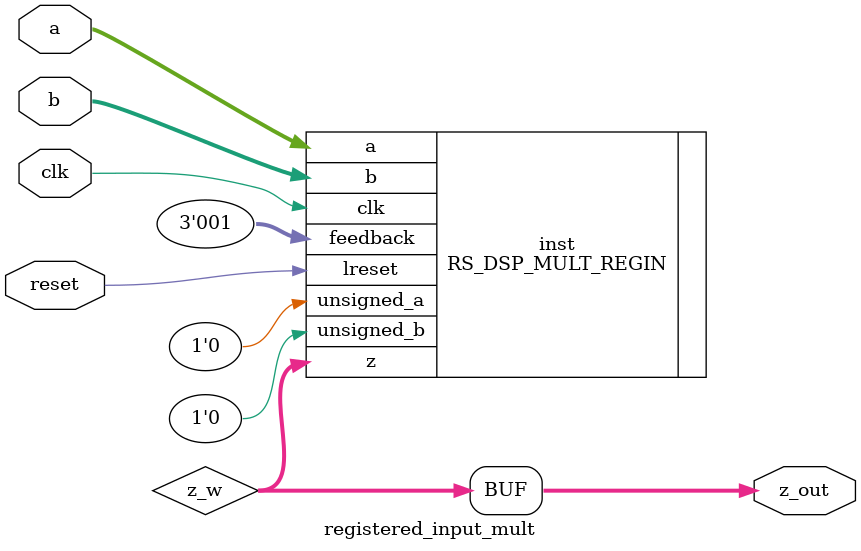
<source format=v>
module registered_input_mult (
    input wire clk, reset,
	input  wire [19:0] a,
    input  wire [17:0] b,
    output wire [37:0] z_out
    );

    parameter [79:0] MODE_BITS = 80'd0;
    
    wire [37:0] z_w;

	RS_DSP_MULT_REGIN #(
    .MODE_BITS(80'h00000000000000000000)) 
        inst(.a(a), .b(b), .z(z_w),. clk(clk), .lreset(reset) ,. feedback(3'd1),
        .unsigned_a(1'b0), .unsigned_b(1'b0));
	
    assign z_out = z_w;

endmodule




</source>
